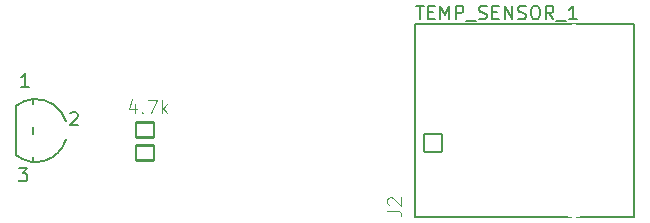
<source format=gto>
G04 #@! TF.GenerationSoftware,KiCad,Pcbnew,7.0.2*
G04 #@! TF.CreationDate,2024-01-01T15:15:03-07:00*
G04 #@! TF.ProjectId,Temperature Senor Board V2 (2),54656d70-6572-4617-9475-72652053656e,rev?*
G04 #@! TF.SameCoordinates,Original*
G04 #@! TF.FileFunction,Legend,Top*
G04 #@! TF.FilePolarity,Positive*
%FSLAX46Y46*%
G04 Gerber Fmt 4.6, Leading zero omitted, Abs format (unit mm)*
G04 Created by KiCad (PCBNEW 7.0.2) date 2024-01-01 15:15:03*
%MOMM*%
%LPD*%
G01*
G04 APERTURE LIST*
G04 Aperture macros list*
%AMRoundRect*
0 Rectangle with rounded corners*
0 $1 Rounding radius*
0 $2 $3 $4 $5 $6 $7 $8 $9 X,Y pos of 4 corners*
0 Add a 4 corners polygon primitive as box body*
4,1,4,$2,$3,$4,$5,$6,$7,$8,$9,$2,$3,0*
0 Add four circle primitives for the rounded corners*
1,1,$1+$1,$2,$3*
1,1,$1+$1,$4,$5*
1,1,$1+$1,$6,$7*
1,1,$1+$1,$8,$9*
0 Add four rect primitives between the rounded corners*
20,1,$1+$1,$2,$3,$4,$5,0*
20,1,$1+$1,$4,$5,$6,$7,0*
20,1,$1+$1,$6,$7,$8,$9,0*
20,1,$1+$1,$8,$9,$2,$3,0*%
%AMFreePoly0*
4,1,25,0.333266,0.742596,0.345389,0.732242,0.732242,0.345389,0.760749,0.289441,0.762000,0.273547,0.762000,-0.273547,0.742596,-0.333266,0.732242,-0.345389,0.345389,-0.732242,0.289441,-0.760749,0.273547,-0.762000,-0.273547,-0.762000,-0.333266,-0.742596,-0.345389,-0.732242,-0.732242,-0.345389,-0.760749,-0.289441,-0.762000,-0.273547,-0.762000,0.273547,-0.742596,0.333266,-0.732242,0.345389,
-0.345389,0.732242,-0.289441,0.760749,-0.273547,0.762000,0.273547,0.762000,0.333266,0.742596,0.333266,0.742596,$1*%
G04 Aperture macros list end*
%ADD10C,0.127000*%
%ADD11C,0.101600*%
%ADD12C,3.300000*%
%ADD13RoundRect,0.101600X0.754000X-0.754000X0.754000X0.754000X-0.754000X0.754000X-0.754000X-0.754000X0*%
%ADD14C,1.711200*%
%ADD15C,2.678200*%
%ADD16FreePoly0,270.000000*%
%ADD17RoundRect,0.101600X-0.750000X0.650000X-0.750000X-0.650000X0.750000X-0.650000X0.750000X0.650000X0*%
G04 APERTURE END LIST*
D10*
X157055457Y-78676318D02*
X157708600Y-78676318D01*
X157382028Y-79819318D02*
X157382028Y-78676318D01*
X158089599Y-79220604D02*
X158470599Y-79220604D01*
X158633885Y-79819318D02*
X158089599Y-79819318D01*
X158089599Y-79819318D02*
X158089599Y-78676318D01*
X158089599Y-78676318D02*
X158633885Y-78676318D01*
X159123742Y-79819318D02*
X159123742Y-78676318D01*
X159123742Y-78676318D02*
X159504742Y-79492747D01*
X159504742Y-79492747D02*
X159885742Y-78676318D01*
X159885742Y-78676318D02*
X159885742Y-79819318D01*
X160430028Y-79819318D02*
X160430028Y-78676318D01*
X160430028Y-78676318D02*
X160865457Y-78676318D01*
X160865457Y-78676318D02*
X160974314Y-78730747D01*
X160974314Y-78730747D02*
X161028743Y-78785175D01*
X161028743Y-78785175D02*
X161083171Y-78894032D01*
X161083171Y-78894032D02*
X161083171Y-79057318D01*
X161083171Y-79057318D02*
X161028743Y-79166175D01*
X161028743Y-79166175D02*
X160974314Y-79220604D01*
X160974314Y-79220604D02*
X160865457Y-79275032D01*
X160865457Y-79275032D02*
X160430028Y-79275032D01*
X161300886Y-79928175D02*
X162171743Y-79928175D01*
X162389457Y-79764890D02*
X162552743Y-79819318D01*
X162552743Y-79819318D02*
X162824885Y-79819318D01*
X162824885Y-79819318D02*
X162933743Y-79764890D01*
X162933743Y-79764890D02*
X162988171Y-79710461D01*
X162988171Y-79710461D02*
X163042600Y-79601604D01*
X163042600Y-79601604D02*
X163042600Y-79492747D01*
X163042600Y-79492747D02*
X162988171Y-79383890D01*
X162988171Y-79383890D02*
X162933743Y-79329461D01*
X162933743Y-79329461D02*
X162824885Y-79275032D01*
X162824885Y-79275032D02*
X162607171Y-79220604D01*
X162607171Y-79220604D02*
X162498314Y-79166175D01*
X162498314Y-79166175D02*
X162443885Y-79111747D01*
X162443885Y-79111747D02*
X162389457Y-79002890D01*
X162389457Y-79002890D02*
X162389457Y-78894032D01*
X162389457Y-78894032D02*
X162443885Y-78785175D01*
X162443885Y-78785175D02*
X162498314Y-78730747D01*
X162498314Y-78730747D02*
X162607171Y-78676318D01*
X162607171Y-78676318D02*
X162879314Y-78676318D01*
X162879314Y-78676318D02*
X163042600Y-78730747D01*
X163532456Y-79220604D02*
X163913456Y-79220604D01*
X164076742Y-79819318D02*
X163532456Y-79819318D01*
X163532456Y-79819318D02*
X163532456Y-78676318D01*
X163532456Y-78676318D02*
X164076742Y-78676318D01*
X164566599Y-79819318D02*
X164566599Y-78676318D01*
X164566599Y-78676318D02*
X165219742Y-79819318D01*
X165219742Y-79819318D02*
X165219742Y-78676318D01*
X165709600Y-79764890D02*
X165872886Y-79819318D01*
X165872886Y-79819318D02*
X166145028Y-79819318D01*
X166145028Y-79819318D02*
X166253886Y-79764890D01*
X166253886Y-79764890D02*
X166308314Y-79710461D01*
X166308314Y-79710461D02*
X166362743Y-79601604D01*
X166362743Y-79601604D02*
X166362743Y-79492747D01*
X166362743Y-79492747D02*
X166308314Y-79383890D01*
X166308314Y-79383890D02*
X166253886Y-79329461D01*
X166253886Y-79329461D02*
X166145028Y-79275032D01*
X166145028Y-79275032D02*
X165927314Y-79220604D01*
X165927314Y-79220604D02*
X165818457Y-79166175D01*
X165818457Y-79166175D02*
X165764028Y-79111747D01*
X165764028Y-79111747D02*
X165709600Y-79002890D01*
X165709600Y-79002890D02*
X165709600Y-78894032D01*
X165709600Y-78894032D02*
X165764028Y-78785175D01*
X165764028Y-78785175D02*
X165818457Y-78730747D01*
X165818457Y-78730747D02*
X165927314Y-78676318D01*
X165927314Y-78676318D02*
X166199457Y-78676318D01*
X166199457Y-78676318D02*
X166362743Y-78730747D01*
X167070314Y-78676318D02*
X167288028Y-78676318D01*
X167288028Y-78676318D02*
X167396885Y-78730747D01*
X167396885Y-78730747D02*
X167505742Y-78839604D01*
X167505742Y-78839604D02*
X167560171Y-79057318D01*
X167560171Y-79057318D02*
X167560171Y-79438318D01*
X167560171Y-79438318D02*
X167505742Y-79656032D01*
X167505742Y-79656032D02*
X167396885Y-79764890D01*
X167396885Y-79764890D02*
X167288028Y-79819318D01*
X167288028Y-79819318D02*
X167070314Y-79819318D01*
X167070314Y-79819318D02*
X166961457Y-79764890D01*
X166961457Y-79764890D02*
X166852599Y-79656032D01*
X166852599Y-79656032D02*
X166798171Y-79438318D01*
X166798171Y-79438318D02*
X166798171Y-79057318D01*
X166798171Y-79057318D02*
X166852599Y-78839604D01*
X166852599Y-78839604D02*
X166961457Y-78730747D01*
X166961457Y-78730747D02*
X167070314Y-78676318D01*
X168703171Y-79819318D02*
X168322171Y-79275032D01*
X168050028Y-79819318D02*
X168050028Y-78676318D01*
X168050028Y-78676318D02*
X168485457Y-78676318D01*
X168485457Y-78676318D02*
X168594314Y-78730747D01*
X168594314Y-78730747D02*
X168648743Y-78785175D01*
X168648743Y-78785175D02*
X168703171Y-78894032D01*
X168703171Y-78894032D02*
X168703171Y-79057318D01*
X168703171Y-79057318D02*
X168648743Y-79166175D01*
X168648743Y-79166175D02*
X168594314Y-79220604D01*
X168594314Y-79220604D02*
X168485457Y-79275032D01*
X168485457Y-79275032D02*
X168050028Y-79275032D01*
X168920886Y-79928175D02*
X169791743Y-79928175D01*
X170662600Y-79819318D02*
X170009457Y-79819318D01*
X170336028Y-79819318D02*
X170336028Y-78676318D01*
X170336028Y-78676318D02*
X170227171Y-78839604D01*
X170227171Y-78839604D02*
X170118314Y-78948461D01*
X170118314Y-78948461D02*
X170009457Y-79002890D01*
D11*
X154644610Y-96029980D02*
X155479181Y-96029980D01*
X155479181Y-96029980D02*
X155646095Y-96085619D01*
X155646095Y-96085619D02*
X155757372Y-96196895D01*
X155757372Y-96196895D02*
X155813010Y-96363809D01*
X155813010Y-96363809D02*
X155813010Y-96475085D01*
X154755886Y-95529237D02*
X154700248Y-95473599D01*
X154700248Y-95473599D02*
X154644610Y-95362323D01*
X154644610Y-95362323D02*
X154644610Y-95084132D01*
X154644610Y-95084132D02*
X154700248Y-94972856D01*
X154700248Y-94972856D02*
X154755886Y-94917218D01*
X154755886Y-94917218D02*
X154867162Y-94861580D01*
X154867162Y-94861580D02*
X154978438Y-94861580D01*
X154978438Y-94861580D02*
X155145352Y-94917218D01*
X155145352Y-94917218D02*
X155813010Y-95584875D01*
X155813010Y-95584875D02*
X155813010Y-94861580D01*
D10*
X127780143Y-87776775D02*
X127834571Y-87722347D01*
X127834571Y-87722347D02*
X127943429Y-87667918D01*
X127943429Y-87667918D02*
X128215571Y-87667918D01*
X128215571Y-87667918D02*
X128324429Y-87722347D01*
X128324429Y-87722347D02*
X128378857Y-87776775D01*
X128378857Y-87776775D02*
X128433286Y-87885632D01*
X128433286Y-87885632D02*
X128433286Y-87994490D01*
X128433286Y-87994490D02*
X128378857Y-88157775D01*
X128378857Y-88157775D02*
X127725714Y-88810918D01*
X127725714Y-88810918D02*
X128433286Y-88810918D01*
X123433135Y-92392287D02*
X124140707Y-92392287D01*
X124140707Y-92392287D02*
X123759707Y-92827716D01*
X123759707Y-92827716D02*
X123922992Y-92827716D01*
X123922992Y-92827716D02*
X124031850Y-92882144D01*
X124031850Y-92882144D02*
X124086278Y-92936573D01*
X124086278Y-92936573D02*
X124140707Y-93045430D01*
X124140707Y-93045430D02*
X124140707Y-93317573D01*
X124140707Y-93317573D02*
X124086278Y-93426430D01*
X124086278Y-93426430D02*
X124031850Y-93480859D01*
X124031850Y-93480859D02*
X123922992Y-93535287D01*
X123922992Y-93535287D02*
X123596421Y-93535287D01*
X123596421Y-93535287D02*
X123487564Y-93480859D01*
X123487564Y-93480859D02*
X123433135Y-93426430D01*
X124267707Y-85534287D02*
X123614564Y-85534287D01*
X123941135Y-85534287D02*
X123941135Y-84391287D01*
X123941135Y-84391287D02*
X123832278Y-84554573D01*
X123832278Y-84554573D02*
X123723421Y-84663430D01*
X123723421Y-84663430D02*
X123614564Y-84717859D01*
D11*
X133290733Y-87012876D02*
X133290733Y-87791810D01*
X133012542Y-86567772D02*
X132734352Y-87402343D01*
X132734352Y-87402343D02*
X133457647Y-87402343D01*
X133902752Y-87680533D02*
X133958390Y-87736172D01*
X133958390Y-87736172D02*
X133902752Y-87791810D01*
X133902752Y-87791810D02*
X133847114Y-87736172D01*
X133847114Y-87736172D02*
X133902752Y-87680533D01*
X133902752Y-87680533D02*
X133902752Y-87791810D01*
X134347857Y-86623410D02*
X135126790Y-86623410D01*
X135126790Y-86623410D02*
X134626047Y-87791810D01*
X135571895Y-87791810D02*
X135571895Y-86623410D01*
X135683171Y-87346705D02*
X136017000Y-87791810D01*
X136017000Y-87012876D02*
X135571895Y-87457981D01*
D10*
X156976000Y-96552000D02*
X175516000Y-96552000D01*
X156976000Y-96552000D02*
X156976000Y-80222000D01*
X175516000Y-96552000D02*
X175516000Y-80222000D01*
X156976000Y-80222000D02*
X175516000Y-80222000D01*
X124612400Y-86575300D02*
X124612400Y-86976500D01*
X123215400Y-87135700D02*
X123215400Y-91324700D01*
X124612400Y-88943900D02*
X124612400Y-89516500D01*
X124612400Y-91483900D02*
X124612400Y-91885100D01*
X127414900Y-88443901D02*
G75*
G03*
X124612400Y-86575301I-2548479J-786298D01*
G01*
X124612400Y-86575299D02*
G75*
G03*
X123215400Y-87135600I253950J-2654895D01*
G01*
X123215401Y-91324698D02*
G75*
G03*
X127414800Y-90016500I1650989J2094488D01*
G01*
%LPC*%
D12*
X167386000Y-93472000D03*
X167386000Y-83312000D03*
D13*
X158496000Y-90292000D03*
D14*
X158496000Y-87752000D03*
X158496000Y-85212000D03*
X161036000Y-91562000D03*
X161036000Y-89022000D03*
X161036000Y-86482000D03*
D15*
X170436000Y-95252000D03*
X170436000Y-81532000D03*
D16*
X124866400Y-87960200D03*
X126771400Y-89230200D03*
X124866400Y-90500200D03*
D17*
X134112000Y-89220000D03*
X134112000Y-91120000D03*
%LPD*%
M02*

</source>
